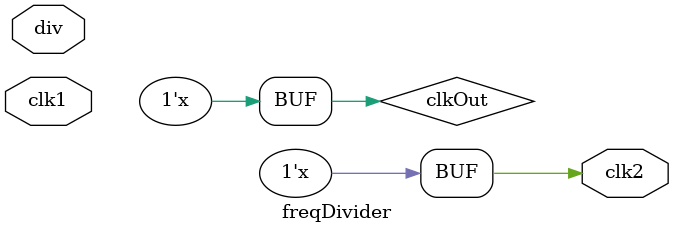
<source format=v>
module freqDivider(input clk1, input[3:0] div, output clk2);
  reg[3:0] counter = 4'b0 ;
  reg clkOut = 1'b0 ;
  assign clk2 = clkOut ;
  always @(clk1) begin
    counter = counter + 1;
    if ( counter == div ) begin
      clkOut = ~clkOut;
      counter = 4'b0;
    end
  end
endmodule
</source>
